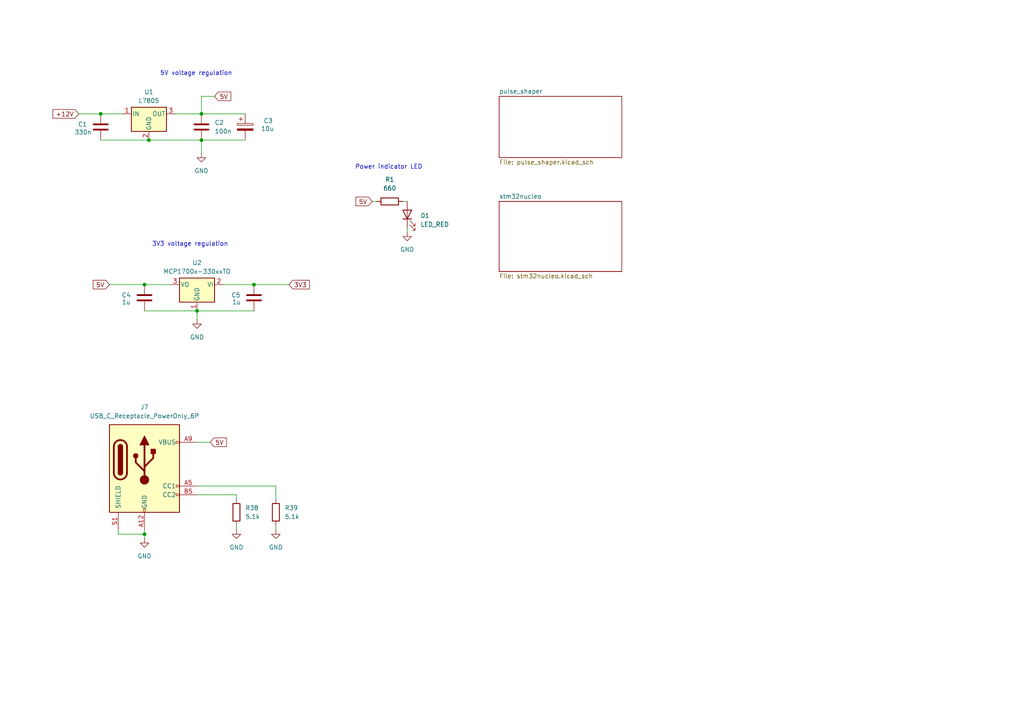
<source format=kicad_sch>
(kicad_sch (version 20250114) (generator "eeschema") (generator_version "9.0")
  (paper "A4")
  (lib_symbols
    (symbol "Connector:USB_C_Receptacle_PowerOnly_6P" (pin_names (offset 1.016))
      (property "Reference" "J" (at 0 16.51 0))
      (property "Value" "USB_C_Receptacle_PowerOnly_6P" (at 0 13.97 0))
      (symbol "USB_C_Receptacle_PowerOnly_6P_0_0"
        (rectangle (start -0.254 -12.7) (end 0.254 -11.684))
        (rectangle (start 10.16 7.874) (end 9.144 7.366))
        (rectangle (start 10.16 -4.826) (end 9.144 -5.334))
        (rectangle (start 10.16 -7.366) (end 9.144 -7.874))
      )
      (symbol "USB_C_Receptacle_PowerOnly_6P_0_1"
        (rectangle (start -10.16 12.7) (end 10.16 -12.7) (stroke (width 0.254)) (fill (type background)))
        (polyline (pts (xy -8.89 -1.27) (xy -8.89 6.35)) (stroke (width 0.508)))
        (rectangle (start -7.62 -1.27) (end -6.35 6.35) (stroke (width 0.254)) (fill (type outline)))
        (arc (start -7.62 6.35) (mid -6.985 6.9823) (end -6.35 6.35) (stroke (width 0.254)))
        (arc (start -7.62 6.35) (mid -6.985 6.9823) (end -6.35 6.35) (stroke (width 0.254)) (fill (type outline)))
        (arc (start -8.89 6.35) (mid -6.985 8.2467) (end -5.08 6.35) (stroke (width 0.508)))
        (arc (start -5.08 -1.27) (mid -6.985 -3.1667) (end -8.89 -1.27) (stroke (width 0.508)))
        (arc (start -6.35 -1.27) (mid -6.985 -1.9023) (end -7.62 -1.27) (stroke (width 0.254)))
        (arc (start -6.35 -1.27) (mid -6.985 -1.9023) (end -7.62 -1.27) (stroke (width 0.254)) (fill (type outline)))
        (polyline (pts (xy -5.08 6.35) (xy -5.08 -1.27)) (stroke (width 0.508)))
        (circle (center -2.54 3.683) (radius 0.635) (stroke (width 0.254)) (fill (type outline)))
        (polyline (pts (xy -1.27 6.858) (xy 0 9.398) (xy 1.27 6.858) (xy -1.27 6.858)) (stroke (width 0.254)) (fill (type outline)))
        (polyline (pts (xy 0 0.508) (xy 2.54 3.048) (xy 2.54 4.318)) (stroke (width 0.508)))
        (polyline (pts (xy 0 -0.762) (xy -2.54 1.778) (xy -2.54 3.048)) (stroke (width 0.508)))
        (polyline (pts (xy 0 -3.302) (xy 0 6.858)) (stroke (width 0.508)))
        (circle (center 0 -3.302) (radius 1.27) (fill (type outline)))
        (rectangle (start 1.905 4.318) (end 3.175 5.588) (stroke (width 0.254)) (fill (type outline)))
      )
      (symbol "USB_C_Receptacle_PowerOnly_6P_1_1"
        (pin passive line (at -7.62 -17.78 90) (length 5.08) (name "SHIELD") (number "S1"))
        (pin passive line (at 0 -17.78 90) (length 5.08) (name "GND") (number "A12"))
        (pin passive line (at 0 -17.78 90) (length 5.08) (hide yes) (name "GND") (number "B12"))
        (pin passive line (at 15.24 7.62 180) (length 5.08) (name "VBUS") (number "A9"))
        (pin passive line (at 15.24 7.62 180) (length 5.08) (hide yes) (name "VBUS") (number "B9"))
        (pin bidirectional line (at 15.24 -5.08 180) (length 5.08) (name "CC1") (number "A5"))
        (pin bidirectional line (at 15.24 -7.62 180) (length 5.08) (name "CC2") (number "B5"))
      )
    )
    (symbol "Device:C" (pin_numbers (hide yes)) (pin_names (offset 0.254))
      (property "Reference" "C" (at 0.635 2.54 0))
      (property "Value" "C" (at 0.635 -2.54 0))
      (symbol "C_0_1"
        (polyline (pts (xy -2.032 0.762) (xy 2.032 0.762)) (stroke (width 0.508)))
        (polyline (pts (xy -2.032 -0.762) (xy 2.032 -0.762)) (stroke (width 0.508)))
      )
      (symbol "C_1_1"
        (pin passive line (at 0 3.81 270) (length 2.794) (name "~") (number "1"))
        (pin passive line (at 0 -3.81 90) (length 2.794) (name "~") (number "2"))
      )
    )
    (symbol "Device:C_Polarized" (pin_numbers (hide yes)) (pin_names (offset 0.254))
      (property "Reference" "C" (at 0.635 2.54 0))
      (property "Value" "C_Polarized" (at 0.635 -2.54 0))
      (symbol "C_Polarized_0_1"
        (rectangle (start -2.286 0.508) (end 2.286 1.016))
        (polyline (pts (xy -1.778 2.286) (xy -0.762 2.286)))
        (polyline (pts (xy -1.27 2.794) (xy -1.27 1.778)))
        (rectangle (start 2.286 -0.508) (end -2.286 -1.016) (fill (type outline)))
      )
      (symbol "C_Polarized_1_1"
        (pin passive line (at 0 3.81 270) (length 2.794) (name "~") (number "1"))
        (pin passive line (at 0 -3.81 90) (length 2.794) (name "~") (number "2"))
      )
    )
    (symbol "Device:LED" (pin_numbers (hide yes)) (pin_names (offset 1.016) (hide yes))
      (property "Reference" "D" (at 0 2.54 0))
      (property "Value" "LED" (at 0 -2.54 0))
      (symbol "LED_0_1"
        (polyline (pts (xy -3.048 -0.762) (xy -4.572 -2.286) (xy -3.81 -2.286) (xy -4.572 -2.286) (xy -4.572 -1.524)))
        (polyline (pts (xy -1.778 -0.762) (xy -3.302 -2.286) (xy -2.54 -2.286) (xy -3.302 -2.286) (xy -3.302 -1.524)))
        (polyline (pts (xy -1.27 0) (xy 1.27 0)))
        (polyline (pts (xy -1.27 -1.27) (xy -1.27 1.27)) (stroke (width 0.254)))
        (polyline (pts (xy 1.27 -1.27) (xy 1.27 1.27) (xy -1.27 0) (xy 1.27 -1.27)) (stroke (width 0.254)))
      )
      (symbol "LED_1_1"
        (pin passive line (at -3.81 0 0) (length 2.54) (name "K") (number "1"))
        (pin passive line (at 3.81 0 180) (length 2.54) (name "A") (number "2"))
      )
    )
    (symbol "Device:R" (pin_numbers (hide yes)) (pin_names (offset 0))
      (property "Reference" "R" (at 2.032 0 90))
      (property "Value" "R" (at 0 0 90))
      (symbol "R_0_1"
        (rectangle (start -1.016 -2.54) (end 1.016 2.54) (stroke (width 0.254)))
      )
      (symbol "R_1_1"
        (pin passive line (at 0 3.81 270) (length 1.27) (name "~") (number "1"))
        (pin passive line (at 0 -3.81 90) (length 1.27) (name "~") (number "2"))
      )
    )
    (symbol "Regulator_Linear:L7805" (pin_names (offset 0.254))
      (property "Reference" "U" (at -3.81 3.175 0))
      (property "Value" "L7805" (at 0 3.175 0))
      (symbol "L7805_0_1"
        (rectangle (start -5.08 1.905) (end 5.08 -5.08) (stroke (width 0.254)) (fill (type background)))
      )
      (symbol "L7805_1_1"
        (pin power_in line (at -7.62 0 0) (length 2.54) (name "IN") (number "1"))
        (pin power_in line (at 0 -7.62 90) (length 2.54) (name "GND") (number "2"))
        (pin power_out line (at 7.62 0 180) (length 2.54) (name "OUT") (number "3"))
      )
    )
    (symbol "Regulator_Linear:MCP1700x-330xxTO" (pin_names (offset 0.254))
      (property "Reference" "U" (at -3.81 -3.175 0))
      (property "Value" "MCP1700x-330xxTO" (at 0 -3.175 0))
      (symbol "MCP1700x-330xxTO_0_1"
        (rectangle (start -5.08 5.08) (end 5.08 -1.905) (stroke (width 0.254)) (fill (type background)))
      )
      (symbol "MCP1700x-330xxTO_1_1"
        (pin power_in line (at -7.62 0 0) (length 2.54) (name "VI") (number "2"))
        (pin power_in line (at 0 7.62 270) (length 2.54) (name "GND") (number "1"))
        (pin power_out line (at 7.62 0 180) (length 2.54) (name "VO") (number "3"))
      )
    )
    (symbol "power:GND" (power) (pin_numbers (hide yes)) (pin_names (offset 0) (hide yes))
      (property "Value" "GND" (at 0 -3.81 0))
      (symbol "GND_0_1"
        (polyline (pts (xy 0 0) (xy 0 -1.27) (xy 1.27 -1.27) (xy 0 -2.54) (xy -1.27 -1.27) (xy 0 -1.27)))
      )
      (symbol "GND_1_1"
        (pin power_in line (at 0 0 270) (length 0) (name "~") (number "1"))
      )
    )
  )
  (text "Power indicator LED\n" (at 112.776 48.514 0) (effects (font (size 1.27 1.27))))
  (text "3V3 voltage regulation" (at 55.118 70.866 0) (effects (font (size 1.27 1.27))))
  (text "5V voltage regulation" (at 56.896 21.336 0) (effects (font (size 1.27 1.27))))
  (junction (at 58.42 33.02))
  (junction (at 41.91 82.55))
  (junction (at 43.18 40.64))
  (junction (at 57.15 90.17))
  (junction (at 29.21 33.02))
  (junction (at 58.42 40.64))
  (junction (at 73.66 82.55))
  (junction (at 41.91 154.94))
  (wire (pts (xy 107.95 58.42) (xy 109.22 58.42)))
  (wire (pts (xy 64.77 82.55) (xy 73.66 82.55)))
  (wire (pts (xy 68.58 143.51) (xy 68.58 144.78)))
  (wire (pts (xy 73.66 82.55) (xy 83.82 82.55)))
  (wire (pts (xy 29.21 40.64) (xy 43.18 40.64)))
  (wire (pts (xy 57.15 90.17) (xy 57.15 92.71)))
  (wire (pts (xy 58.42 33.02) (xy 71.12 33.02)))
  (wire (pts (xy 58.42 40.64) (xy 71.12 40.64)))
  (wire (pts (xy 57.15 143.51) (xy 68.58 143.51)))
  (wire (pts (xy 41.91 82.55) (xy 49.53 82.55)))
  (wire (pts (xy 57.15 128.27) (xy 60.96 128.27)))
  (wire (pts (xy 41.91 154.94) (xy 41.91 156.21)))
  (wire (pts (xy 58.42 40.64) (xy 58.42 44.45)))
  (wire (pts (xy 116.84 58.42) (xy 118.11 58.42)))
  (wire (pts (xy 57.15 90.17) (xy 73.66 90.17)))
  (wire (pts (xy 50.8 33.02) (xy 58.42 33.02)))
  (wire (pts (xy 80.01 140.97) (xy 80.01 144.78)))
  (wire (pts (xy 34.29 154.94) (xy 41.91 154.94)))
  (wire (pts (xy 41.91 90.17) (xy 57.15 90.17)))
  (wire (pts (xy 29.21 33.02) (xy 35.56 33.02)))
  (wire (pts (xy 57.15 140.97) (xy 80.01 140.97)))
  (wire (pts (xy 43.18 40.64) (xy 58.42 40.64)))
  (wire (pts (xy 80.01 152.4) (xy 80.01 153.67)))
  (wire (pts (xy 31.75 82.55) (xy 41.91 82.55)))
  (wire (pts (xy 34.29 153.67) (xy 34.29 154.94)))
  (wire (pts (xy 118.11 66.04) (xy 118.11 67.31)))
  (wire (pts (xy 58.42 33.02) (xy 58.42 27.94)))
  (wire (pts (xy 41.91 153.67) (xy 41.91 154.94)))
  (wire (pts (xy 58.42 27.94) (xy 62.23 27.94)))
  (wire (pts (xy 22.86 33.02) (xy 29.21 33.02)))
  (wire (pts (xy 68.58 152.4) (xy 68.58 153.67)))
  (global_label "5V" (shape input) (at 31.75 82.55 180) (property "Intersheetrefs" "${INTERSHEET_REFS}" (effects (hide yes))))
  (global_label "3V3" (shape input) (at 83.82 82.55 0) (property "Intersheetrefs" "${INTERSHEET_REFS}" (effects (hide yes))))
  (global_label "+12V" (shape input) (at 22.86 33.02 180) (property "Intersheetrefs" "${INTERSHEET_REFS}" (effects (hide yes))))
  (global_label "5V" (shape input) (at 62.23 27.94 0) (property "Intersheetrefs" "${INTERSHEET_REFS}" (effects (hide yes))))
  (global_label "5V" (shape input) (at 107.95 58.42 180) (property "Intersheetrefs" "${INTERSHEET_REFS}" (effects (hide yes))))
  (global_label "5V" (shape input) (at 60.96 128.27 0) (property "Intersheetrefs" "${INTERSHEET_REFS}" (effects (hide yes))))
  (symbol (lib_id "Device:R") (at 68.58 148.59 180) (unit 1)
    (property "Reference" "R38" (at 71.12 147.3199 0) (effects (justify right)))
    (property "Value" "5.1k" (at 71.12 149.8599 0) (effects (justify right)))
    (property "Footprint" "Resistor_SMD:R_1812_4532Metric_Pad1.30x3.40mm_HandSolder" (effects (hide yes)))
    (property "Description" "Resistor" (effects (hide yes)))
  )
  (symbol (lib_id "power:GND") (at 118.11 67.31 0) (unit 1)
    (property "Reference" "#PWR030" (effects (hide yes)))
    (property "Value" "GND" (at 118.11 72.39 0))
    (property "Description" "Power symbol creates a global label with name \"GND\" , ground" (effects (hide yes)))
  )
  (symbol (lib_id "Device:C") (at 58.42 36.83 0) (unit 1)
    (property "Reference" "C2" (at 62.23 35.5599 0) (effects (justify left)))
    (property "Value" "100n" (at 62.23 38.0999 0) (effects (justify left)))
    (property "Footprint" "Capacitor_THT:C_Disc_D12.5mm_W5.0mm_P10.00mm" (effects (hide yes)))
    (property "Description" "Unpolarized capacitor" (effects (hide yes)))
  )
  (symbol (lib_id "Device:C_Polarized") (at 71.12 36.83 0) (unit 1)
    (property "Reference" "C3" (at 76.454 35.052 0) (effects (justify left)))
    (property "Value" "10u" (at 75.692 37.338 0) (effects (justify left)))
    (property "Footprint" "Capacitor_THT:CP_Radial_D8.0mm_P5.00mm" (effects (hide yes)))
    (property "Description" "Polarized capacitor" (effects (hide yes)))
  )
  (symbol (lib_id "Connector:USB_C_Receptacle_PowerOnly_6P") (at 41.91 135.89 0) (unit 1)
    (property "Reference" "J7" (at 41.91 118.11 0))
    (property "Value" "USB_C_Receptacle_PowerOnly_6P" (at 41.91 120.65 0))
    (property "Footprint" "Connector_USB:USB_C_Receptacle_GCT_USB4125-xx-x-0190_6P_TopMnt_Horizontal" (effects (hide yes)))
    (property "Datasheet" "https://www.usb.org/sites/default/files/documents/usb_type-c.zip" (effects (hide yes)))
    (property "Description" "USB Power-Only 6P Type-C Receptacle connector" (effects (hide yes)))
  )
  (symbol (lib_id "Device:C") (at 73.66 86.36 0) (unit 1)
    (property "Reference" "C5" (at 67.056 85.598 0) (effects (justify left)))
    (property "Value" "1u" (at 67.31 87.63 0) (effects (justify left)))
    (property "Footprint" "Capacitor_THT:C_Disc_D12.5mm_W5.0mm_P10.00mm" (effects (hide yes)))
    (property "Description" "Unpolarized capacitor" (effects (hide yes)))
  )
  (symbol (lib_id "Device:C") (at 41.91 86.36 0) (unit 1)
    (property "Reference" "C4" (at 35.306 85.598 0) (effects (justify left)))
    (property "Value" "1u" (at 35.306 87.63 0) (effects (justify left)))
    (property "Footprint" "Capacitor_THT:C_Disc_D12.5mm_W5.0mm_P10.00mm" (effects (hide yes)))
    (property "Description" "Unpolarized capacitor" (effects (hide yes)))
  )
  (symbol (lib_id "Regulator_Linear:MCP1700x-330xxTO") (at 57.15 82.55 180) (unit 1)
    (property "Reference" "U2" (at 57.15 76.2 0))
    (property "Value" "MCP1700x-330xxTO" (at 57.15 78.74 0))
    (property "Footprint" "Package_TO_SOT_THT:TO-92_Inline" (effects (hide yes)))
    (property "Datasheet" "http://ww1.microchip.com/downloads/en/DeviceDoc/20001826D.pdf" (effects (hide yes)))
    (property "Description" "250mA Low Quiscent Current LDO, 3.3V output, TO-92" (effects (hide yes)))
  )
  (symbol (lib_id "Device:R") (at 80.01 148.59 180) (unit 1)
    (property "Reference" "R39" (at 82.55 147.3199 0) (effects (justify right)))
    (property "Value" "5.1k" (at 82.55 149.8599 0) (effects (justify right)))
    (property "Footprint" "Resistor_SMD:R_1812_4532Metric_Pad1.30x3.40mm_HandSolder" (effects (hide yes)))
    (property "Description" "Resistor" (effects (hide yes)))
  )
  (symbol (lib_id "power:GND") (at 57.15 92.71 0) (unit 1)
    (property "Reference" "#PWR02" (effects (hide yes)))
    (property "Value" "GND" (at 57.15 97.79 0))
    (property "Description" "Power symbol creates a global label with name \"GND\" , ground" (effects (hide yes)))
  )
  (symbol (lib_id "Device:C") (at 29.21 36.83 0) (unit 1)
    (property "Reference" "C1" (at 22.606 36.068 0) (effects (justify left)))
    (property "Value" "330n" (at 21.59 38.354 0) (effects (justify left)))
    (property "Footprint" "Capacitor_THT:C_Disc_D12.5mm_W5.0mm_P10.00mm" (effects (hide yes)))
    (property "Description" "Unpolarized capacitor" (effects (hide yes)))
  )
  (symbol (lib_id "Regulator_Linear:L7805") (at 43.18 33.02 0) (unit 1)
    (property "Reference" "U1" (at 43.18 26.67 0))
    (property "Value" "L7805" (at 43.18 29.21 0))
    (property "Footprint" "Package_TO_SOT_THT:TO-220-3_Horizontal_TabDown" (effects (hide yes)))
    (property "Datasheet" "http://www.st.com/content/ccc/resource/technical/document/datasheet/41/4f/b3/b0/12/d4/47/88/CD00000444.pdf/files/CD00000444.pdf/jcr:content/translations/en.CD00000444.pdf" (effects (hide yes)))
    (property "Description" "Positive 1.5A 35V Linear Regulator, Fixed Output 5V, TO-220/TO-263/TO-252" (effects (hide yes)))
  )
  (symbol (lib_id "power:GND") (at 41.91 156.21 0) (unit 1)
    (property "Reference" "#PWR029" (effects (hide yes)))
    (property "Value" "GND" (at 41.91 161.29 0))
    (property "Description" "Power symbol creates a global label with name \"GND\" , ground" (effects (hide yes)))
  )
  (symbol (lib_id "Device:R") (at 113.03 58.42 90) (unit 1)
    (property "Reference" "R1" (at 113.03 52.07 90))
    (property "Value" "660" (at 113.03 54.61 90))
    (property "Footprint" "Resistor_THT:R_Axial_DIN0309_L9.0mm_D3.2mm_P12.70mm_Horizontal" (effects (hide yes)))
    (property "Description" "Resistor" (effects (hide yes)))
  )
  (symbol (lib_id "power:GND") (at 58.42 44.45 0) (unit 1)
    (property "Reference" "#PWR03" (effects (hide yes)))
    (property "Value" "GND" (at 58.42 49.53 0))
    (property "Description" "Power symbol creates a global label with name \"GND\" , ground" (effects (hide yes)))
  )
  (symbol (lib_id "power:GND") (at 80.01 153.67 0) (unit 1)
    (property "Reference" "#PWR028" (effects (hide yes)))
    (property "Value" "GND" (at 80.01 158.75 0))
    (property "Description" "Power symbol creates a global label with name \"GND\" , ground" (effects (hide yes)))
  )
  (symbol (lib_id "Device:LED") (at 118.11 62.23 90) (unit 1)
    (property "Reference" "D1" (at 121.92 62.5474 90) (effects (justify right)))
    (property "Value" "LED_RED" (at 121.92 65.0874 90) (effects (justify right)))
    (property "Footprint" "LED_THT:LED_D3.0mm_Horizontal_O3.81mm_Z2.0mm" (effects (hide yes)))
    (property "Description" "Light emitting diode" (effects (hide yes)))
    (property "Sim.Pins" "1=K 2=A" (effects (hide yes)))
  )
  (symbol (lib_id "power:GND") (at 68.58 153.67 0) (unit 1)
    (property "Reference" "#PWR027" (effects (hide yes)))
    (property "Value" "GND" (at 68.58 158.75 0))
    (property "Description" "Power symbol creates a global label with name \"GND\" , ground" (effects (hide yes)))
  )
  (sheet (at 144.78 58.42) (size 35.56 20.32) (stroke (width 0.1524))
    (property "Sheetname" "stm32nucleo" (at 144.78 57.7084 0) (effects (justify left bottom)))
    (property "Sheetfile" "stm32nucleo.kicad_sch" (at 144.78 79.3246 0) (effects (justify left top)))
  )
  (sheet (at 144.78 27.94) (size 35.56 17.78) (stroke (width 0.1524))
    (property "Sheetname" "pulse_shaper" (at 144.78 27.2284 0) (effects (justify left bottom)))
    (property "Sheetfile" "pulse_shaper.kicad_sch" (at 144.78 46.3046 0) (effects (justify left top)))
  )
)
</source>
